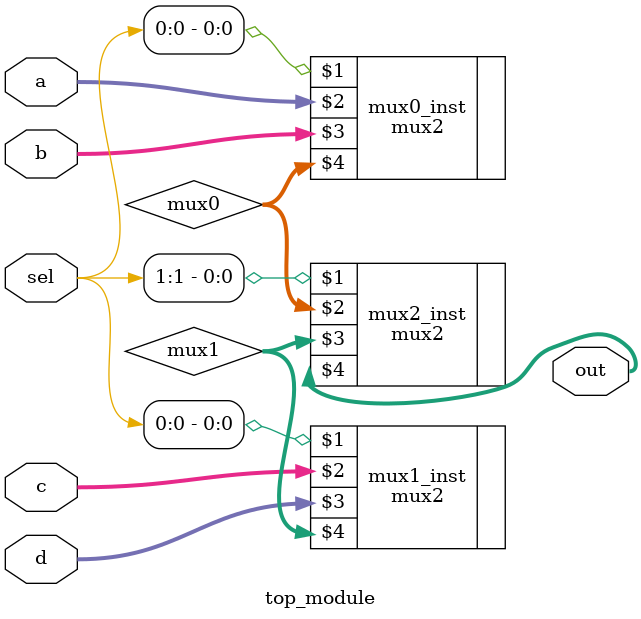
<source format=v>
module top_module (
    input [1:0] sel,
    input [7:0] a,
    input [7:0] b,
    input [7:0] c,
    input [7:0] d,
    output [7:0] out  ); //

    wire [7:0] mux0, mux1;
    mux2 mux0_inst ( sel[0],    a,    b, mux0 );
    mux2 mux1_inst ( sel[0],    c,    d, mux1 );
    mux2 mux2_inst ( sel[1], mux0, mux1,  out );

endmodule
</source>
